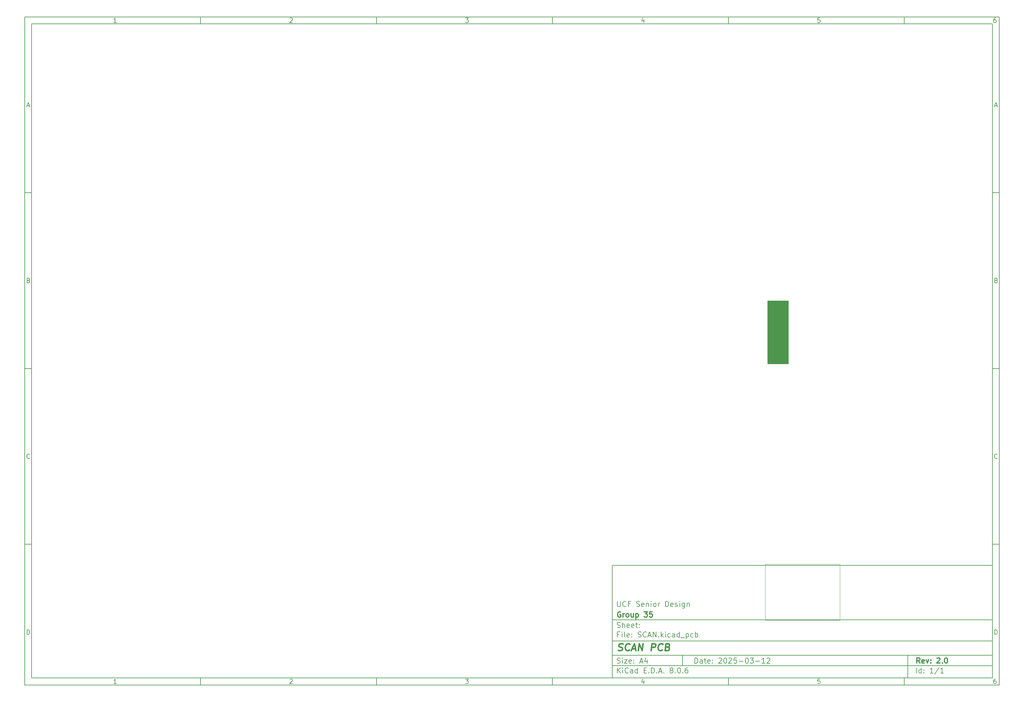
<source format=gbr>
G04 #@! TF.GenerationSoftware,KiCad,Pcbnew,8.0.6*
G04 #@! TF.CreationDate,2025-03-13T06:21:31-04:00*
G04 #@! TF.ProjectId,SCAN,5343414e-2e6b-4696-9361-645f70636258,2.0*
G04 #@! TF.SameCoordinates,Original*
G04 #@! TF.FileFunction,Other,ECO2*
%FSLAX46Y46*%
G04 Gerber Fmt 4.6, Leading zero omitted, Abs format (unit mm)*
G04 Created by KiCad (PCBNEW 8.0.6) date 2025-03-13 06:21:31*
%MOMM*%
%LPD*%
G01*
G04 APERTURE LIST*
%ADD10C,0.100000*%
%ADD11C,0.150000*%
%ADD12C,0.300000*%
%ADD13C,0.400000*%
%ADD14C,0.000000*%
G04 APERTURE END LIST*
D10*
X220538867Y-165653700D02*
X220538867Y-181528700D01*
X241705533Y-181528700D01*
X241705533Y-165653700D01*
X220538867Y-165653700D01*
D11*
X177002200Y-166007200D02*
X285002200Y-166007200D01*
X285002200Y-198007200D01*
X177002200Y-198007200D01*
X177002200Y-166007200D01*
D10*
D11*
X10000000Y-10000000D02*
X287002200Y-10000000D01*
X287002200Y-200007200D01*
X10000000Y-200007200D01*
X10000000Y-10000000D01*
D10*
D11*
X12000000Y-12000000D02*
X285002200Y-12000000D01*
X285002200Y-198007200D01*
X12000000Y-198007200D01*
X12000000Y-12000000D01*
D10*
D11*
X60000000Y-12000000D02*
X60000000Y-10000000D01*
D10*
D11*
X110000000Y-12000000D02*
X110000000Y-10000000D01*
D10*
D11*
X160000000Y-12000000D02*
X160000000Y-10000000D01*
D10*
D11*
X210000000Y-12000000D02*
X210000000Y-10000000D01*
D10*
D11*
X260000000Y-12000000D02*
X260000000Y-10000000D01*
D10*
D11*
X36089160Y-11593604D02*
X35346303Y-11593604D01*
X35717731Y-11593604D02*
X35717731Y-10293604D01*
X35717731Y-10293604D02*
X35593922Y-10479319D01*
X35593922Y-10479319D02*
X35470112Y-10603128D01*
X35470112Y-10603128D02*
X35346303Y-10665033D01*
D10*
D11*
X85346303Y-10417414D02*
X85408207Y-10355509D01*
X85408207Y-10355509D02*
X85532017Y-10293604D01*
X85532017Y-10293604D02*
X85841541Y-10293604D01*
X85841541Y-10293604D02*
X85965350Y-10355509D01*
X85965350Y-10355509D02*
X86027255Y-10417414D01*
X86027255Y-10417414D02*
X86089160Y-10541223D01*
X86089160Y-10541223D02*
X86089160Y-10665033D01*
X86089160Y-10665033D02*
X86027255Y-10850747D01*
X86027255Y-10850747D02*
X85284398Y-11593604D01*
X85284398Y-11593604D02*
X86089160Y-11593604D01*
D10*
D11*
X135284398Y-10293604D02*
X136089160Y-10293604D01*
X136089160Y-10293604D02*
X135655826Y-10788842D01*
X135655826Y-10788842D02*
X135841541Y-10788842D01*
X135841541Y-10788842D02*
X135965350Y-10850747D01*
X135965350Y-10850747D02*
X136027255Y-10912652D01*
X136027255Y-10912652D02*
X136089160Y-11036461D01*
X136089160Y-11036461D02*
X136089160Y-11345985D01*
X136089160Y-11345985D02*
X136027255Y-11469795D01*
X136027255Y-11469795D02*
X135965350Y-11531700D01*
X135965350Y-11531700D02*
X135841541Y-11593604D01*
X135841541Y-11593604D02*
X135470112Y-11593604D01*
X135470112Y-11593604D02*
X135346303Y-11531700D01*
X135346303Y-11531700D02*
X135284398Y-11469795D01*
D10*
D11*
X185965350Y-10726938D02*
X185965350Y-11593604D01*
X185655826Y-10231700D02*
X185346303Y-11160271D01*
X185346303Y-11160271D02*
X186151064Y-11160271D01*
D10*
D11*
X236027255Y-10293604D02*
X235408207Y-10293604D01*
X235408207Y-10293604D02*
X235346303Y-10912652D01*
X235346303Y-10912652D02*
X235408207Y-10850747D01*
X235408207Y-10850747D02*
X235532017Y-10788842D01*
X235532017Y-10788842D02*
X235841541Y-10788842D01*
X235841541Y-10788842D02*
X235965350Y-10850747D01*
X235965350Y-10850747D02*
X236027255Y-10912652D01*
X236027255Y-10912652D02*
X236089160Y-11036461D01*
X236089160Y-11036461D02*
X236089160Y-11345985D01*
X236089160Y-11345985D02*
X236027255Y-11469795D01*
X236027255Y-11469795D02*
X235965350Y-11531700D01*
X235965350Y-11531700D02*
X235841541Y-11593604D01*
X235841541Y-11593604D02*
X235532017Y-11593604D01*
X235532017Y-11593604D02*
X235408207Y-11531700D01*
X235408207Y-11531700D02*
X235346303Y-11469795D01*
D10*
D11*
X285965350Y-10293604D02*
X285717731Y-10293604D01*
X285717731Y-10293604D02*
X285593922Y-10355509D01*
X285593922Y-10355509D02*
X285532017Y-10417414D01*
X285532017Y-10417414D02*
X285408207Y-10603128D01*
X285408207Y-10603128D02*
X285346303Y-10850747D01*
X285346303Y-10850747D02*
X285346303Y-11345985D01*
X285346303Y-11345985D02*
X285408207Y-11469795D01*
X285408207Y-11469795D02*
X285470112Y-11531700D01*
X285470112Y-11531700D02*
X285593922Y-11593604D01*
X285593922Y-11593604D02*
X285841541Y-11593604D01*
X285841541Y-11593604D02*
X285965350Y-11531700D01*
X285965350Y-11531700D02*
X286027255Y-11469795D01*
X286027255Y-11469795D02*
X286089160Y-11345985D01*
X286089160Y-11345985D02*
X286089160Y-11036461D01*
X286089160Y-11036461D02*
X286027255Y-10912652D01*
X286027255Y-10912652D02*
X285965350Y-10850747D01*
X285965350Y-10850747D02*
X285841541Y-10788842D01*
X285841541Y-10788842D02*
X285593922Y-10788842D01*
X285593922Y-10788842D02*
X285470112Y-10850747D01*
X285470112Y-10850747D02*
X285408207Y-10912652D01*
X285408207Y-10912652D02*
X285346303Y-11036461D01*
D10*
D11*
X60000000Y-198007200D02*
X60000000Y-200007200D01*
D10*
D11*
X110000000Y-198007200D02*
X110000000Y-200007200D01*
D10*
D11*
X160000000Y-198007200D02*
X160000000Y-200007200D01*
D10*
D11*
X210000000Y-198007200D02*
X210000000Y-200007200D01*
D10*
D11*
X260000000Y-198007200D02*
X260000000Y-200007200D01*
D10*
D11*
X36089160Y-199600804D02*
X35346303Y-199600804D01*
X35717731Y-199600804D02*
X35717731Y-198300804D01*
X35717731Y-198300804D02*
X35593922Y-198486519D01*
X35593922Y-198486519D02*
X35470112Y-198610328D01*
X35470112Y-198610328D02*
X35346303Y-198672233D01*
D10*
D11*
X85346303Y-198424614D02*
X85408207Y-198362709D01*
X85408207Y-198362709D02*
X85532017Y-198300804D01*
X85532017Y-198300804D02*
X85841541Y-198300804D01*
X85841541Y-198300804D02*
X85965350Y-198362709D01*
X85965350Y-198362709D02*
X86027255Y-198424614D01*
X86027255Y-198424614D02*
X86089160Y-198548423D01*
X86089160Y-198548423D02*
X86089160Y-198672233D01*
X86089160Y-198672233D02*
X86027255Y-198857947D01*
X86027255Y-198857947D02*
X85284398Y-199600804D01*
X85284398Y-199600804D02*
X86089160Y-199600804D01*
D10*
D11*
X135284398Y-198300804D02*
X136089160Y-198300804D01*
X136089160Y-198300804D02*
X135655826Y-198796042D01*
X135655826Y-198796042D02*
X135841541Y-198796042D01*
X135841541Y-198796042D02*
X135965350Y-198857947D01*
X135965350Y-198857947D02*
X136027255Y-198919852D01*
X136027255Y-198919852D02*
X136089160Y-199043661D01*
X136089160Y-199043661D02*
X136089160Y-199353185D01*
X136089160Y-199353185D02*
X136027255Y-199476995D01*
X136027255Y-199476995D02*
X135965350Y-199538900D01*
X135965350Y-199538900D02*
X135841541Y-199600804D01*
X135841541Y-199600804D02*
X135470112Y-199600804D01*
X135470112Y-199600804D02*
X135346303Y-199538900D01*
X135346303Y-199538900D02*
X135284398Y-199476995D01*
D10*
D11*
X185965350Y-198734138D02*
X185965350Y-199600804D01*
X185655826Y-198238900D02*
X185346303Y-199167471D01*
X185346303Y-199167471D02*
X186151064Y-199167471D01*
D10*
D11*
X236027255Y-198300804D02*
X235408207Y-198300804D01*
X235408207Y-198300804D02*
X235346303Y-198919852D01*
X235346303Y-198919852D02*
X235408207Y-198857947D01*
X235408207Y-198857947D02*
X235532017Y-198796042D01*
X235532017Y-198796042D02*
X235841541Y-198796042D01*
X235841541Y-198796042D02*
X235965350Y-198857947D01*
X235965350Y-198857947D02*
X236027255Y-198919852D01*
X236027255Y-198919852D02*
X236089160Y-199043661D01*
X236089160Y-199043661D02*
X236089160Y-199353185D01*
X236089160Y-199353185D02*
X236027255Y-199476995D01*
X236027255Y-199476995D02*
X235965350Y-199538900D01*
X235965350Y-199538900D02*
X235841541Y-199600804D01*
X235841541Y-199600804D02*
X235532017Y-199600804D01*
X235532017Y-199600804D02*
X235408207Y-199538900D01*
X235408207Y-199538900D02*
X235346303Y-199476995D01*
D10*
D11*
X285965350Y-198300804D02*
X285717731Y-198300804D01*
X285717731Y-198300804D02*
X285593922Y-198362709D01*
X285593922Y-198362709D02*
X285532017Y-198424614D01*
X285532017Y-198424614D02*
X285408207Y-198610328D01*
X285408207Y-198610328D02*
X285346303Y-198857947D01*
X285346303Y-198857947D02*
X285346303Y-199353185D01*
X285346303Y-199353185D02*
X285408207Y-199476995D01*
X285408207Y-199476995D02*
X285470112Y-199538900D01*
X285470112Y-199538900D02*
X285593922Y-199600804D01*
X285593922Y-199600804D02*
X285841541Y-199600804D01*
X285841541Y-199600804D02*
X285965350Y-199538900D01*
X285965350Y-199538900D02*
X286027255Y-199476995D01*
X286027255Y-199476995D02*
X286089160Y-199353185D01*
X286089160Y-199353185D02*
X286089160Y-199043661D01*
X286089160Y-199043661D02*
X286027255Y-198919852D01*
X286027255Y-198919852D02*
X285965350Y-198857947D01*
X285965350Y-198857947D02*
X285841541Y-198796042D01*
X285841541Y-198796042D02*
X285593922Y-198796042D01*
X285593922Y-198796042D02*
X285470112Y-198857947D01*
X285470112Y-198857947D02*
X285408207Y-198919852D01*
X285408207Y-198919852D02*
X285346303Y-199043661D01*
D10*
D11*
X10000000Y-60000000D02*
X12000000Y-60000000D01*
D10*
D11*
X10000000Y-110000000D02*
X12000000Y-110000000D01*
D10*
D11*
X10000000Y-160000000D02*
X12000000Y-160000000D01*
D10*
D11*
X10690476Y-35222176D02*
X11309523Y-35222176D01*
X10566666Y-35593604D02*
X10999999Y-34293604D01*
X10999999Y-34293604D02*
X11433333Y-35593604D01*
D10*
D11*
X11092857Y-84912652D02*
X11278571Y-84974557D01*
X11278571Y-84974557D02*
X11340476Y-85036461D01*
X11340476Y-85036461D02*
X11402380Y-85160271D01*
X11402380Y-85160271D02*
X11402380Y-85345985D01*
X11402380Y-85345985D02*
X11340476Y-85469795D01*
X11340476Y-85469795D02*
X11278571Y-85531700D01*
X11278571Y-85531700D02*
X11154761Y-85593604D01*
X11154761Y-85593604D02*
X10659523Y-85593604D01*
X10659523Y-85593604D02*
X10659523Y-84293604D01*
X10659523Y-84293604D02*
X11092857Y-84293604D01*
X11092857Y-84293604D02*
X11216666Y-84355509D01*
X11216666Y-84355509D02*
X11278571Y-84417414D01*
X11278571Y-84417414D02*
X11340476Y-84541223D01*
X11340476Y-84541223D02*
X11340476Y-84665033D01*
X11340476Y-84665033D02*
X11278571Y-84788842D01*
X11278571Y-84788842D02*
X11216666Y-84850747D01*
X11216666Y-84850747D02*
X11092857Y-84912652D01*
X11092857Y-84912652D02*
X10659523Y-84912652D01*
D10*
D11*
X11402380Y-135469795D02*
X11340476Y-135531700D01*
X11340476Y-135531700D02*
X11154761Y-135593604D01*
X11154761Y-135593604D02*
X11030952Y-135593604D01*
X11030952Y-135593604D02*
X10845238Y-135531700D01*
X10845238Y-135531700D02*
X10721428Y-135407890D01*
X10721428Y-135407890D02*
X10659523Y-135284080D01*
X10659523Y-135284080D02*
X10597619Y-135036461D01*
X10597619Y-135036461D02*
X10597619Y-134850747D01*
X10597619Y-134850747D02*
X10659523Y-134603128D01*
X10659523Y-134603128D02*
X10721428Y-134479319D01*
X10721428Y-134479319D02*
X10845238Y-134355509D01*
X10845238Y-134355509D02*
X11030952Y-134293604D01*
X11030952Y-134293604D02*
X11154761Y-134293604D01*
X11154761Y-134293604D02*
X11340476Y-134355509D01*
X11340476Y-134355509D02*
X11402380Y-134417414D01*
D10*
D11*
X10659523Y-185593604D02*
X10659523Y-184293604D01*
X10659523Y-184293604D02*
X10969047Y-184293604D01*
X10969047Y-184293604D02*
X11154761Y-184355509D01*
X11154761Y-184355509D02*
X11278571Y-184479319D01*
X11278571Y-184479319D02*
X11340476Y-184603128D01*
X11340476Y-184603128D02*
X11402380Y-184850747D01*
X11402380Y-184850747D02*
X11402380Y-185036461D01*
X11402380Y-185036461D02*
X11340476Y-185284080D01*
X11340476Y-185284080D02*
X11278571Y-185407890D01*
X11278571Y-185407890D02*
X11154761Y-185531700D01*
X11154761Y-185531700D02*
X10969047Y-185593604D01*
X10969047Y-185593604D02*
X10659523Y-185593604D01*
D10*
D11*
X287002200Y-60000000D02*
X285002200Y-60000000D01*
D10*
D11*
X287002200Y-110000000D02*
X285002200Y-110000000D01*
D10*
D11*
X287002200Y-160000000D02*
X285002200Y-160000000D01*
D10*
D11*
X285692676Y-35222176D02*
X286311723Y-35222176D01*
X285568866Y-35593604D02*
X286002199Y-34293604D01*
X286002199Y-34293604D02*
X286435533Y-35593604D01*
D10*
D11*
X286095057Y-84912652D02*
X286280771Y-84974557D01*
X286280771Y-84974557D02*
X286342676Y-85036461D01*
X286342676Y-85036461D02*
X286404580Y-85160271D01*
X286404580Y-85160271D02*
X286404580Y-85345985D01*
X286404580Y-85345985D02*
X286342676Y-85469795D01*
X286342676Y-85469795D02*
X286280771Y-85531700D01*
X286280771Y-85531700D02*
X286156961Y-85593604D01*
X286156961Y-85593604D02*
X285661723Y-85593604D01*
X285661723Y-85593604D02*
X285661723Y-84293604D01*
X285661723Y-84293604D02*
X286095057Y-84293604D01*
X286095057Y-84293604D02*
X286218866Y-84355509D01*
X286218866Y-84355509D02*
X286280771Y-84417414D01*
X286280771Y-84417414D02*
X286342676Y-84541223D01*
X286342676Y-84541223D02*
X286342676Y-84665033D01*
X286342676Y-84665033D02*
X286280771Y-84788842D01*
X286280771Y-84788842D02*
X286218866Y-84850747D01*
X286218866Y-84850747D02*
X286095057Y-84912652D01*
X286095057Y-84912652D02*
X285661723Y-84912652D01*
D10*
D11*
X286404580Y-135469795D02*
X286342676Y-135531700D01*
X286342676Y-135531700D02*
X286156961Y-135593604D01*
X286156961Y-135593604D02*
X286033152Y-135593604D01*
X286033152Y-135593604D02*
X285847438Y-135531700D01*
X285847438Y-135531700D02*
X285723628Y-135407890D01*
X285723628Y-135407890D02*
X285661723Y-135284080D01*
X285661723Y-135284080D02*
X285599819Y-135036461D01*
X285599819Y-135036461D02*
X285599819Y-134850747D01*
X285599819Y-134850747D02*
X285661723Y-134603128D01*
X285661723Y-134603128D02*
X285723628Y-134479319D01*
X285723628Y-134479319D02*
X285847438Y-134355509D01*
X285847438Y-134355509D02*
X286033152Y-134293604D01*
X286033152Y-134293604D02*
X286156961Y-134293604D01*
X286156961Y-134293604D02*
X286342676Y-134355509D01*
X286342676Y-134355509D02*
X286404580Y-134417414D01*
D10*
D11*
X285661723Y-185593604D02*
X285661723Y-184293604D01*
X285661723Y-184293604D02*
X285971247Y-184293604D01*
X285971247Y-184293604D02*
X286156961Y-184355509D01*
X286156961Y-184355509D02*
X286280771Y-184479319D01*
X286280771Y-184479319D02*
X286342676Y-184603128D01*
X286342676Y-184603128D02*
X286404580Y-184850747D01*
X286404580Y-184850747D02*
X286404580Y-185036461D01*
X286404580Y-185036461D02*
X286342676Y-185284080D01*
X286342676Y-185284080D02*
X286280771Y-185407890D01*
X286280771Y-185407890D02*
X286156961Y-185531700D01*
X286156961Y-185531700D02*
X285971247Y-185593604D01*
X285971247Y-185593604D02*
X285661723Y-185593604D01*
D10*
D11*
X200458026Y-193793328D02*
X200458026Y-192293328D01*
X200458026Y-192293328D02*
X200815169Y-192293328D01*
X200815169Y-192293328D02*
X201029455Y-192364757D01*
X201029455Y-192364757D02*
X201172312Y-192507614D01*
X201172312Y-192507614D02*
X201243741Y-192650471D01*
X201243741Y-192650471D02*
X201315169Y-192936185D01*
X201315169Y-192936185D02*
X201315169Y-193150471D01*
X201315169Y-193150471D02*
X201243741Y-193436185D01*
X201243741Y-193436185D02*
X201172312Y-193579042D01*
X201172312Y-193579042D02*
X201029455Y-193721900D01*
X201029455Y-193721900D02*
X200815169Y-193793328D01*
X200815169Y-193793328D02*
X200458026Y-193793328D01*
X202600884Y-193793328D02*
X202600884Y-193007614D01*
X202600884Y-193007614D02*
X202529455Y-192864757D01*
X202529455Y-192864757D02*
X202386598Y-192793328D01*
X202386598Y-192793328D02*
X202100884Y-192793328D01*
X202100884Y-192793328D02*
X201958026Y-192864757D01*
X202600884Y-193721900D02*
X202458026Y-193793328D01*
X202458026Y-193793328D02*
X202100884Y-193793328D01*
X202100884Y-193793328D02*
X201958026Y-193721900D01*
X201958026Y-193721900D02*
X201886598Y-193579042D01*
X201886598Y-193579042D02*
X201886598Y-193436185D01*
X201886598Y-193436185D02*
X201958026Y-193293328D01*
X201958026Y-193293328D02*
X202100884Y-193221900D01*
X202100884Y-193221900D02*
X202458026Y-193221900D01*
X202458026Y-193221900D02*
X202600884Y-193150471D01*
X203100884Y-192793328D02*
X203672312Y-192793328D01*
X203315169Y-192293328D02*
X203315169Y-193579042D01*
X203315169Y-193579042D02*
X203386598Y-193721900D01*
X203386598Y-193721900D02*
X203529455Y-193793328D01*
X203529455Y-193793328D02*
X203672312Y-193793328D01*
X204743741Y-193721900D02*
X204600884Y-193793328D01*
X204600884Y-193793328D02*
X204315170Y-193793328D01*
X204315170Y-193793328D02*
X204172312Y-193721900D01*
X204172312Y-193721900D02*
X204100884Y-193579042D01*
X204100884Y-193579042D02*
X204100884Y-193007614D01*
X204100884Y-193007614D02*
X204172312Y-192864757D01*
X204172312Y-192864757D02*
X204315170Y-192793328D01*
X204315170Y-192793328D02*
X204600884Y-192793328D01*
X204600884Y-192793328D02*
X204743741Y-192864757D01*
X204743741Y-192864757D02*
X204815170Y-193007614D01*
X204815170Y-193007614D02*
X204815170Y-193150471D01*
X204815170Y-193150471D02*
X204100884Y-193293328D01*
X205458026Y-193650471D02*
X205529455Y-193721900D01*
X205529455Y-193721900D02*
X205458026Y-193793328D01*
X205458026Y-193793328D02*
X205386598Y-193721900D01*
X205386598Y-193721900D02*
X205458026Y-193650471D01*
X205458026Y-193650471D02*
X205458026Y-193793328D01*
X205458026Y-192864757D02*
X205529455Y-192936185D01*
X205529455Y-192936185D02*
X205458026Y-193007614D01*
X205458026Y-193007614D02*
X205386598Y-192936185D01*
X205386598Y-192936185D02*
X205458026Y-192864757D01*
X205458026Y-192864757D02*
X205458026Y-193007614D01*
X207243741Y-192436185D02*
X207315169Y-192364757D01*
X207315169Y-192364757D02*
X207458027Y-192293328D01*
X207458027Y-192293328D02*
X207815169Y-192293328D01*
X207815169Y-192293328D02*
X207958027Y-192364757D01*
X207958027Y-192364757D02*
X208029455Y-192436185D01*
X208029455Y-192436185D02*
X208100884Y-192579042D01*
X208100884Y-192579042D02*
X208100884Y-192721900D01*
X208100884Y-192721900D02*
X208029455Y-192936185D01*
X208029455Y-192936185D02*
X207172312Y-193793328D01*
X207172312Y-193793328D02*
X208100884Y-193793328D01*
X209029455Y-192293328D02*
X209172312Y-192293328D01*
X209172312Y-192293328D02*
X209315169Y-192364757D01*
X209315169Y-192364757D02*
X209386598Y-192436185D01*
X209386598Y-192436185D02*
X209458026Y-192579042D01*
X209458026Y-192579042D02*
X209529455Y-192864757D01*
X209529455Y-192864757D02*
X209529455Y-193221900D01*
X209529455Y-193221900D02*
X209458026Y-193507614D01*
X209458026Y-193507614D02*
X209386598Y-193650471D01*
X209386598Y-193650471D02*
X209315169Y-193721900D01*
X209315169Y-193721900D02*
X209172312Y-193793328D01*
X209172312Y-193793328D02*
X209029455Y-193793328D01*
X209029455Y-193793328D02*
X208886598Y-193721900D01*
X208886598Y-193721900D02*
X208815169Y-193650471D01*
X208815169Y-193650471D02*
X208743740Y-193507614D01*
X208743740Y-193507614D02*
X208672312Y-193221900D01*
X208672312Y-193221900D02*
X208672312Y-192864757D01*
X208672312Y-192864757D02*
X208743740Y-192579042D01*
X208743740Y-192579042D02*
X208815169Y-192436185D01*
X208815169Y-192436185D02*
X208886598Y-192364757D01*
X208886598Y-192364757D02*
X209029455Y-192293328D01*
X210100883Y-192436185D02*
X210172311Y-192364757D01*
X210172311Y-192364757D02*
X210315169Y-192293328D01*
X210315169Y-192293328D02*
X210672311Y-192293328D01*
X210672311Y-192293328D02*
X210815169Y-192364757D01*
X210815169Y-192364757D02*
X210886597Y-192436185D01*
X210886597Y-192436185D02*
X210958026Y-192579042D01*
X210958026Y-192579042D02*
X210958026Y-192721900D01*
X210958026Y-192721900D02*
X210886597Y-192936185D01*
X210886597Y-192936185D02*
X210029454Y-193793328D01*
X210029454Y-193793328D02*
X210958026Y-193793328D01*
X212315168Y-192293328D02*
X211600882Y-192293328D01*
X211600882Y-192293328D02*
X211529454Y-193007614D01*
X211529454Y-193007614D02*
X211600882Y-192936185D01*
X211600882Y-192936185D02*
X211743740Y-192864757D01*
X211743740Y-192864757D02*
X212100882Y-192864757D01*
X212100882Y-192864757D02*
X212243740Y-192936185D01*
X212243740Y-192936185D02*
X212315168Y-193007614D01*
X212315168Y-193007614D02*
X212386597Y-193150471D01*
X212386597Y-193150471D02*
X212386597Y-193507614D01*
X212386597Y-193507614D02*
X212315168Y-193650471D01*
X212315168Y-193650471D02*
X212243740Y-193721900D01*
X212243740Y-193721900D02*
X212100882Y-193793328D01*
X212100882Y-193793328D02*
X211743740Y-193793328D01*
X211743740Y-193793328D02*
X211600882Y-193721900D01*
X211600882Y-193721900D02*
X211529454Y-193650471D01*
X213029453Y-193221900D02*
X214172311Y-193221900D01*
X215172311Y-192293328D02*
X215315168Y-192293328D01*
X215315168Y-192293328D02*
X215458025Y-192364757D01*
X215458025Y-192364757D02*
X215529454Y-192436185D01*
X215529454Y-192436185D02*
X215600882Y-192579042D01*
X215600882Y-192579042D02*
X215672311Y-192864757D01*
X215672311Y-192864757D02*
X215672311Y-193221900D01*
X215672311Y-193221900D02*
X215600882Y-193507614D01*
X215600882Y-193507614D02*
X215529454Y-193650471D01*
X215529454Y-193650471D02*
X215458025Y-193721900D01*
X215458025Y-193721900D02*
X215315168Y-193793328D01*
X215315168Y-193793328D02*
X215172311Y-193793328D01*
X215172311Y-193793328D02*
X215029454Y-193721900D01*
X215029454Y-193721900D02*
X214958025Y-193650471D01*
X214958025Y-193650471D02*
X214886596Y-193507614D01*
X214886596Y-193507614D02*
X214815168Y-193221900D01*
X214815168Y-193221900D02*
X214815168Y-192864757D01*
X214815168Y-192864757D02*
X214886596Y-192579042D01*
X214886596Y-192579042D02*
X214958025Y-192436185D01*
X214958025Y-192436185D02*
X215029454Y-192364757D01*
X215029454Y-192364757D02*
X215172311Y-192293328D01*
X216172310Y-192293328D02*
X217100882Y-192293328D01*
X217100882Y-192293328D02*
X216600882Y-192864757D01*
X216600882Y-192864757D02*
X216815167Y-192864757D01*
X216815167Y-192864757D02*
X216958025Y-192936185D01*
X216958025Y-192936185D02*
X217029453Y-193007614D01*
X217029453Y-193007614D02*
X217100882Y-193150471D01*
X217100882Y-193150471D02*
X217100882Y-193507614D01*
X217100882Y-193507614D02*
X217029453Y-193650471D01*
X217029453Y-193650471D02*
X216958025Y-193721900D01*
X216958025Y-193721900D02*
X216815167Y-193793328D01*
X216815167Y-193793328D02*
X216386596Y-193793328D01*
X216386596Y-193793328D02*
X216243739Y-193721900D01*
X216243739Y-193721900D02*
X216172310Y-193650471D01*
X217743738Y-193221900D02*
X218886596Y-193221900D01*
X220386596Y-193793328D02*
X219529453Y-193793328D01*
X219958024Y-193793328D02*
X219958024Y-192293328D01*
X219958024Y-192293328D02*
X219815167Y-192507614D01*
X219815167Y-192507614D02*
X219672310Y-192650471D01*
X219672310Y-192650471D02*
X219529453Y-192721900D01*
X220958024Y-192436185D02*
X221029452Y-192364757D01*
X221029452Y-192364757D02*
X221172310Y-192293328D01*
X221172310Y-192293328D02*
X221529452Y-192293328D01*
X221529452Y-192293328D02*
X221672310Y-192364757D01*
X221672310Y-192364757D02*
X221743738Y-192436185D01*
X221743738Y-192436185D02*
X221815167Y-192579042D01*
X221815167Y-192579042D02*
X221815167Y-192721900D01*
X221815167Y-192721900D02*
X221743738Y-192936185D01*
X221743738Y-192936185D02*
X220886595Y-193793328D01*
X220886595Y-193793328D02*
X221815167Y-193793328D01*
D10*
D11*
X177002200Y-194507200D02*
X285002200Y-194507200D01*
D10*
D11*
X178458026Y-196593328D02*
X178458026Y-195093328D01*
X179315169Y-196593328D02*
X178672312Y-195736185D01*
X179315169Y-195093328D02*
X178458026Y-195950471D01*
X179958026Y-196593328D02*
X179958026Y-195593328D01*
X179958026Y-195093328D02*
X179886598Y-195164757D01*
X179886598Y-195164757D02*
X179958026Y-195236185D01*
X179958026Y-195236185D02*
X180029455Y-195164757D01*
X180029455Y-195164757D02*
X179958026Y-195093328D01*
X179958026Y-195093328D02*
X179958026Y-195236185D01*
X181529455Y-196450471D02*
X181458027Y-196521900D01*
X181458027Y-196521900D02*
X181243741Y-196593328D01*
X181243741Y-196593328D02*
X181100884Y-196593328D01*
X181100884Y-196593328D02*
X180886598Y-196521900D01*
X180886598Y-196521900D02*
X180743741Y-196379042D01*
X180743741Y-196379042D02*
X180672312Y-196236185D01*
X180672312Y-196236185D02*
X180600884Y-195950471D01*
X180600884Y-195950471D02*
X180600884Y-195736185D01*
X180600884Y-195736185D02*
X180672312Y-195450471D01*
X180672312Y-195450471D02*
X180743741Y-195307614D01*
X180743741Y-195307614D02*
X180886598Y-195164757D01*
X180886598Y-195164757D02*
X181100884Y-195093328D01*
X181100884Y-195093328D02*
X181243741Y-195093328D01*
X181243741Y-195093328D02*
X181458027Y-195164757D01*
X181458027Y-195164757D02*
X181529455Y-195236185D01*
X182815170Y-196593328D02*
X182815170Y-195807614D01*
X182815170Y-195807614D02*
X182743741Y-195664757D01*
X182743741Y-195664757D02*
X182600884Y-195593328D01*
X182600884Y-195593328D02*
X182315170Y-195593328D01*
X182315170Y-195593328D02*
X182172312Y-195664757D01*
X182815170Y-196521900D02*
X182672312Y-196593328D01*
X182672312Y-196593328D02*
X182315170Y-196593328D01*
X182315170Y-196593328D02*
X182172312Y-196521900D01*
X182172312Y-196521900D02*
X182100884Y-196379042D01*
X182100884Y-196379042D02*
X182100884Y-196236185D01*
X182100884Y-196236185D02*
X182172312Y-196093328D01*
X182172312Y-196093328D02*
X182315170Y-196021900D01*
X182315170Y-196021900D02*
X182672312Y-196021900D01*
X182672312Y-196021900D02*
X182815170Y-195950471D01*
X184172313Y-196593328D02*
X184172313Y-195093328D01*
X184172313Y-196521900D02*
X184029455Y-196593328D01*
X184029455Y-196593328D02*
X183743741Y-196593328D01*
X183743741Y-196593328D02*
X183600884Y-196521900D01*
X183600884Y-196521900D02*
X183529455Y-196450471D01*
X183529455Y-196450471D02*
X183458027Y-196307614D01*
X183458027Y-196307614D02*
X183458027Y-195879042D01*
X183458027Y-195879042D02*
X183529455Y-195736185D01*
X183529455Y-195736185D02*
X183600884Y-195664757D01*
X183600884Y-195664757D02*
X183743741Y-195593328D01*
X183743741Y-195593328D02*
X184029455Y-195593328D01*
X184029455Y-195593328D02*
X184172313Y-195664757D01*
X186029455Y-195807614D02*
X186529455Y-195807614D01*
X186743741Y-196593328D02*
X186029455Y-196593328D01*
X186029455Y-196593328D02*
X186029455Y-195093328D01*
X186029455Y-195093328D02*
X186743741Y-195093328D01*
X187386598Y-196450471D02*
X187458027Y-196521900D01*
X187458027Y-196521900D02*
X187386598Y-196593328D01*
X187386598Y-196593328D02*
X187315170Y-196521900D01*
X187315170Y-196521900D02*
X187386598Y-196450471D01*
X187386598Y-196450471D02*
X187386598Y-196593328D01*
X188100884Y-196593328D02*
X188100884Y-195093328D01*
X188100884Y-195093328D02*
X188458027Y-195093328D01*
X188458027Y-195093328D02*
X188672313Y-195164757D01*
X188672313Y-195164757D02*
X188815170Y-195307614D01*
X188815170Y-195307614D02*
X188886599Y-195450471D01*
X188886599Y-195450471D02*
X188958027Y-195736185D01*
X188958027Y-195736185D02*
X188958027Y-195950471D01*
X188958027Y-195950471D02*
X188886599Y-196236185D01*
X188886599Y-196236185D02*
X188815170Y-196379042D01*
X188815170Y-196379042D02*
X188672313Y-196521900D01*
X188672313Y-196521900D02*
X188458027Y-196593328D01*
X188458027Y-196593328D02*
X188100884Y-196593328D01*
X189600884Y-196450471D02*
X189672313Y-196521900D01*
X189672313Y-196521900D02*
X189600884Y-196593328D01*
X189600884Y-196593328D02*
X189529456Y-196521900D01*
X189529456Y-196521900D02*
X189600884Y-196450471D01*
X189600884Y-196450471D02*
X189600884Y-196593328D01*
X190243742Y-196164757D02*
X190958028Y-196164757D01*
X190100885Y-196593328D02*
X190600885Y-195093328D01*
X190600885Y-195093328D02*
X191100885Y-196593328D01*
X191600884Y-196450471D02*
X191672313Y-196521900D01*
X191672313Y-196521900D02*
X191600884Y-196593328D01*
X191600884Y-196593328D02*
X191529456Y-196521900D01*
X191529456Y-196521900D02*
X191600884Y-196450471D01*
X191600884Y-196450471D02*
X191600884Y-196593328D01*
X193672313Y-195736185D02*
X193529456Y-195664757D01*
X193529456Y-195664757D02*
X193458027Y-195593328D01*
X193458027Y-195593328D02*
X193386599Y-195450471D01*
X193386599Y-195450471D02*
X193386599Y-195379042D01*
X193386599Y-195379042D02*
X193458027Y-195236185D01*
X193458027Y-195236185D02*
X193529456Y-195164757D01*
X193529456Y-195164757D02*
X193672313Y-195093328D01*
X193672313Y-195093328D02*
X193958027Y-195093328D01*
X193958027Y-195093328D02*
X194100885Y-195164757D01*
X194100885Y-195164757D02*
X194172313Y-195236185D01*
X194172313Y-195236185D02*
X194243742Y-195379042D01*
X194243742Y-195379042D02*
X194243742Y-195450471D01*
X194243742Y-195450471D02*
X194172313Y-195593328D01*
X194172313Y-195593328D02*
X194100885Y-195664757D01*
X194100885Y-195664757D02*
X193958027Y-195736185D01*
X193958027Y-195736185D02*
X193672313Y-195736185D01*
X193672313Y-195736185D02*
X193529456Y-195807614D01*
X193529456Y-195807614D02*
X193458027Y-195879042D01*
X193458027Y-195879042D02*
X193386599Y-196021900D01*
X193386599Y-196021900D02*
X193386599Y-196307614D01*
X193386599Y-196307614D02*
X193458027Y-196450471D01*
X193458027Y-196450471D02*
X193529456Y-196521900D01*
X193529456Y-196521900D02*
X193672313Y-196593328D01*
X193672313Y-196593328D02*
X193958027Y-196593328D01*
X193958027Y-196593328D02*
X194100885Y-196521900D01*
X194100885Y-196521900D02*
X194172313Y-196450471D01*
X194172313Y-196450471D02*
X194243742Y-196307614D01*
X194243742Y-196307614D02*
X194243742Y-196021900D01*
X194243742Y-196021900D02*
X194172313Y-195879042D01*
X194172313Y-195879042D02*
X194100885Y-195807614D01*
X194100885Y-195807614D02*
X193958027Y-195736185D01*
X194886598Y-196450471D02*
X194958027Y-196521900D01*
X194958027Y-196521900D02*
X194886598Y-196593328D01*
X194886598Y-196593328D02*
X194815170Y-196521900D01*
X194815170Y-196521900D02*
X194886598Y-196450471D01*
X194886598Y-196450471D02*
X194886598Y-196593328D01*
X195886599Y-195093328D02*
X196029456Y-195093328D01*
X196029456Y-195093328D02*
X196172313Y-195164757D01*
X196172313Y-195164757D02*
X196243742Y-195236185D01*
X196243742Y-195236185D02*
X196315170Y-195379042D01*
X196315170Y-195379042D02*
X196386599Y-195664757D01*
X196386599Y-195664757D02*
X196386599Y-196021900D01*
X196386599Y-196021900D02*
X196315170Y-196307614D01*
X196315170Y-196307614D02*
X196243742Y-196450471D01*
X196243742Y-196450471D02*
X196172313Y-196521900D01*
X196172313Y-196521900D02*
X196029456Y-196593328D01*
X196029456Y-196593328D02*
X195886599Y-196593328D01*
X195886599Y-196593328D02*
X195743742Y-196521900D01*
X195743742Y-196521900D02*
X195672313Y-196450471D01*
X195672313Y-196450471D02*
X195600884Y-196307614D01*
X195600884Y-196307614D02*
X195529456Y-196021900D01*
X195529456Y-196021900D02*
X195529456Y-195664757D01*
X195529456Y-195664757D02*
X195600884Y-195379042D01*
X195600884Y-195379042D02*
X195672313Y-195236185D01*
X195672313Y-195236185D02*
X195743742Y-195164757D01*
X195743742Y-195164757D02*
X195886599Y-195093328D01*
X197029455Y-196450471D02*
X197100884Y-196521900D01*
X197100884Y-196521900D02*
X197029455Y-196593328D01*
X197029455Y-196593328D02*
X196958027Y-196521900D01*
X196958027Y-196521900D02*
X197029455Y-196450471D01*
X197029455Y-196450471D02*
X197029455Y-196593328D01*
X198386599Y-195093328D02*
X198100884Y-195093328D01*
X198100884Y-195093328D02*
X197958027Y-195164757D01*
X197958027Y-195164757D02*
X197886599Y-195236185D01*
X197886599Y-195236185D02*
X197743741Y-195450471D01*
X197743741Y-195450471D02*
X197672313Y-195736185D01*
X197672313Y-195736185D02*
X197672313Y-196307614D01*
X197672313Y-196307614D02*
X197743741Y-196450471D01*
X197743741Y-196450471D02*
X197815170Y-196521900D01*
X197815170Y-196521900D02*
X197958027Y-196593328D01*
X197958027Y-196593328D02*
X198243741Y-196593328D01*
X198243741Y-196593328D02*
X198386599Y-196521900D01*
X198386599Y-196521900D02*
X198458027Y-196450471D01*
X198458027Y-196450471D02*
X198529456Y-196307614D01*
X198529456Y-196307614D02*
X198529456Y-195950471D01*
X198529456Y-195950471D02*
X198458027Y-195807614D01*
X198458027Y-195807614D02*
X198386599Y-195736185D01*
X198386599Y-195736185D02*
X198243741Y-195664757D01*
X198243741Y-195664757D02*
X197958027Y-195664757D01*
X197958027Y-195664757D02*
X197815170Y-195736185D01*
X197815170Y-195736185D02*
X197743741Y-195807614D01*
X197743741Y-195807614D02*
X197672313Y-195950471D01*
D10*
D11*
X177002200Y-191507200D02*
X285002200Y-191507200D01*
D10*
D12*
X264413853Y-193785528D02*
X263913853Y-193071242D01*
X263556710Y-193785528D02*
X263556710Y-192285528D01*
X263556710Y-192285528D02*
X264128139Y-192285528D01*
X264128139Y-192285528D02*
X264270996Y-192356957D01*
X264270996Y-192356957D02*
X264342425Y-192428385D01*
X264342425Y-192428385D02*
X264413853Y-192571242D01*
X264413853Y-192571242D02*
X264413853Y-192785528D01*
X264413853Y-192785528D02*
X264342425Y-192928385D01*
X264342425Y-192928385D02*
X264270996Y-192999814D01*
X264270996Y-192999814D02*
X264128139Y-193071242D01*
X264128139Y-193071242D02*
X263556710Y-193071242D01*
X265628139Y-193714100D02*
X265485282Y-193785528D01*
X265485282Y-193785528D02*
X265199568Y-193785528D01*
X265199568Y-193785528D02*
X265056710Y-193714100D01*
X265056710Y-193714100D02*
X264985282Y-193571242D01*
X264985282Y-193571242D02*
X264985282Y-192999814D01*
X264985282Y-192999814D02*
X265056710Y-192856957D01*
X265056710Y-192856957D02*
X265199568Y-192785528D01*
X265199568Y-192785528D02*
X265485282Y-192785528D01*
X265485282Y-192785528D02*
X265628139Y-192856957D01*
X265628139Y-192856957D02*
X265699568Y-192999814D01*
X265699568Y-192999814D02*
X265699568Y-193142671D01*
X265699568Y-193142671D02*
X264985282Y-193285528D01*
X266199567Y-192785528D02*
X266556710Y-193785528D01*
X266556710Y-193785528D02*
X266913853Y-192785528D01*
X267485281Y-193642671D02*
X267556710Y-193714100D01*
X267556710Y-193714100D02*
X267485281Y-193785528D01*
X267485281Y-193785528D02*
X267413853Y-193714100D01*
X267413853Y-193714100D02*
X267485281Y-193642671D01*
X267485281Y-193642671D02*
X267485281Y-193785528D01*
X267485281Y-192856957D02*
X267556710Y-192928385D01*
X267556710Y-192928385D02*
X267485281Y-192999814D01*
X267485281Y-192999814D02*
X267413853Y-192928385D01*
X267413853Y-192928385D02*
X267485281Y-192856957D01*
X267485281Y-192856957D02*
X267485281Y-192999814D01*
X269270996Y-192428385D02*
X269342424Y-192356957D01*
X269342424Y-192356957D02*
X269485282Y-192285528D01*
X269485282Y-192285528D02*
X269842424Y-192285528D01*
X269842424Y-192285528D02*
X269985282Y-192356957D01*
X269985282Y-192356957D02*
X270056710Y-192428385D01*
X270056710Y-192428385D02*
X270128139Y-192571242D01*
X270128139Y-192571242D02*
X270128139Y-192714100D01*
X270128139Y-192714100D02*
X270056710Y-192928385D01*
X270056710Y-192928385D02*
X269199567Y-193785528D01*
X269199567Y-193785528D02*
X270128139Y-193785528D01*
X270770995Y-193642671D02*
X270842424Y-193714100D01*
X270842424Y-193714100D02*
X270770995Y-193785528D01*
X270770995Y-193785528D02*
X270699567Y-193714100D01*
X270699567Y-193714100D02*
X270770995Y-193642671D01*
X270770995Y-193642671D02*
X270770995Y-193785528D01*
X271770996Y-192285528D02*
X271913853Y-192285528D01*
X271913853Y-192285528D02*
X272056710Y-192356957D01*
X272056710Y-192356957D02*
X272128139Y-192428385D01*
X272128139Y-192428385D02*
X272199567Y-192571242D01*
X272199567Y-192571242D02*
X272270996Y-192856957D01*
X272270996Y-192856957D02*
X272270996Y-193214100D01*
X272270996Y-193214100D02*
X272199567Y-193499814D01*
X272199567Y-193499814D02*
X272128139Y-193642671D01*
X272128139Y-193642671D02*
X272056710Y-193714100D01*
X272056710Y-193714100D02*
X271913853Y-193785528D01*
X271913853Y-193785528D02*
X271770996Y-193785528D01*
X271770996Y-193785528D02*
X271628139Y-193714100D01*
X271628139Y-193714100D02*
X271556710Y-193642671D01*
X271556710Y-193642671D02*
X271485281Y-193499814D01*
X271485281Y-193499814D02*
X271413853Y-193214100D01*
X271413853Y-193214100D02*
X271413853Y-192856957D01*
X271413853Y-192856957D02*
X271485281Y-192571242D01*
X271485281Y-192571242D02*
X271556710Y-192428385D01*
X271556710Y-192428385D02*
X271628139Y-192356957D01*
X271628139Y-192356957D02*
X271770996Y-192285528D01*
D10*
D11*
X178386598Y-193721900D02*
X178600884Y-193793328D01*
X178600884Y-193793328D02*
X178958026Y-193793328D01*
X178958026Y-193793328D02*
X179100884Y-193721900D01*
X179100884Y-193721900D02*
X179172312Y-193650471D01*
X179172312Y-193650471D02*
X179243741Y-193507614D01*
X179243741Y-193507614D02*
X179243741Y-193364757D01*
X179243741Y-193364757D02*
X179172312Y-193221900D01*
X179172312Y-193221900D02*
X179100884Y-193150471D01*
X179100884Y-193150471D02*
X178958026Y-193079042D01*
X178958026Y-193079042D02*
X178672312Y-193007614D01*
X178672312Y-193007614D02*
X178529455Y-192936185D01*
X178529455Y-192936185D02*
X178458026Y-192864757D01*
X178458026Y-192864757D02*
X178386598Y-192721900D01*
X178386598Y-192721900D02*
X178386598Y-192579042D01*
X178386598Y-192579042D02*
X178458026Y-192436185D01*
X178458026Y-192436185D02*
X178529455Y-192364757D01*
X178529455Y-192364757D02*
X178672312Y-192293328D01*
X178672312Y-192293328D02*
X179029455Y-192293328D01*
X179029455Y-192293328D02*
X179243741Y-192364757D01*
X179886597Y-193793328D02*
X179886597Y-192793328D01*
X179886597Y-192293328D02*
X179815169Y-192364757D01*
X179815169Y-192364757D02*
X179886597Y-192436185D01*
X179886597Y-192436185D02*
X179958026Y-192364757D01*
X179958026Y-192364757D02*
X179886597Y-192293328D01*
X179886597Y-192293328D02*
X179886597Y-192436185D01*
X180458026Y-192793328D02*
X181243741Y-192793328D01*
X181243741Y-192793328D02*
X180458026Y-193793328D01*
X180458026Y-193793328D02*
X181243741Y-193793328D01*
X182386598Y-193721900D02*
X182243741Y-193793328D01*
X182243741Y-193793328D02*
X181958027Y-193793328D01*
X181958027Y-193793328D02*
X181815169Y-193721900D01*
X181815169Y-193721900D02*
X181743741Y-193579042D01*
X181743741Y-193579042D02*
X181743741Y-193007614D01*
X181743741Y-193007614D02*
X181815169Y-192864757D01*
X181815169Y-192864757D02*
X181958027Y-192793328D01*
X181958027Y-192793328D02*
X182243741Y-192793328D01*
X182243741Y-192793328D02*
X182386598Y-192864757D01*
X182386598Y-192864757D02*
X182458027Y-193007614D01*
X182458027Y-193007614D02*
X182458027Y-193150471D01*
X182458027Y-193150471D02*
X181743741Y-193293328D01*
X183100883Y-193650471D02*
X183172312Y-193721900D01*
X183172312Y-193721900D02*
X183100883Y-193793328D01*
X183100883Y-193793328D02*
X183029455Y-193721900D01*
X183029455Y-193721900D02*
X183100883Y-193650471D01*
X183100883Y-193650471D02*
X183100883Y-193793328D01*
X183100883Y-192864757D02*
X183172312Y-192936185D01*
X183172312Y-192936185D02*
X183100883Y-193007614D01*
X183100883Y-193007614D02*
X183029455Y-192936185D01*
X183029455Y-192936185D02*
X183100883Y-192864757D01*
X183100883Y-192864757D02*
X183100883Y-193007614D01*
X184886598Y-193364757D02*
X185600884Y-193364757D01*
X184743741Y-193793328D02*
X185243741Y-192293328D01*
X185243741Y-192293328D02*
X185743741Y-193793328D01*
X186886598Y-192793328D02*
X186886598Y-193793328D01*
X186529455Y-192221900D02*
X186172312Y-193293328D01*
X186172312Y-193293328D02*
X187100883Y-193293328D01*
D10*
D11*
X263458026Y-196593328D02*
X263458026Y-195093328D01*
X264815170Y-196593328D02*
X264815170Y-195093328D01*
X264815170Y-196521900D02*
X264672312Y-196593328D01*
X264672312Y-196593328D02*
X264386598Y-196593328D01*
X264386598Y-196593328D02*
X264243741Y-196521900D01*
X264243741Y-196521900D02*
X264172312Y-196450471D01*
X264172312Y-196450471D02*
X264100884Y-196307614D01*
X264100884Y-196307614D02*
X264100884Y-195879042D01*
X264100884Y-195879042D02*
X264172312Y-195736185D01*
X264172312Y-195736185D02*
X264243741Y-195664757D01*
X264243741Y-195664757D02*
X264386598Y-195593328D01*
X264386598Y-195593328D02*
X264672312Y-195593328D01*
X264672312Y-195593328D02*
X264815170Y-195664757D01*
X265529455Y-196450471D02*
X265600884Y-196521900D01*
X265600884Y-196521900D02*
X265529455Y-196593328D01*
X265529455Y-196593328D02*
X265458027Y-196521900D01*
X265458027Y-196521900D02*
X265529455Y-196450471D01*
X265529455Y-196450471D02*
X265529455Y-196593328D01*
X265529455Y-195664757D02*
X265600884Y-195736185D01*
X265600884Y-195736185D02*
X265529455Y-195807614D01*
X265529455Y-195807614D02*
X265458027Y-195736185D01*
X265458027Y-195736185D02*
X265529455Y-195664757D01*
X265529455Y-195664757D02*
X265529455Y-195807614D01*
X268172313Y-196593328D02*
X267315170Y-196593328D01*
X267743741Y-196593328D02*
X267743741Y-195093328D01*
X267743741Y-195093328D02*
X267600884Y-195307614D01*
X267600884Y-195307614D02*
X267458027Y-195450471D01*
X267458027Y-195450471D02*
X267315170Y-195521900D01*
X269886598Y-195021900D02*
X268600884Y-196950471D01*
X271172313Y-196593328D02*
X270315170Y-196593328D01*
X270743741Y-196593328D02*
X270743741Y-195093328D01*
X270743741Y-195093328D02*
X270600884Y-195307614D01*
X270600884Y-195307614D02*
X270458027Y-195450471D01*
X270458027Y-195450471D02*
X270315170Y-195521900D01*
D10*
D11*
X177002200Y-187507200D02*
X285002200Y-187507200D01*
D10*
D13*
X178646309Y-190116400D02*
X178920118Y-190211638D01*
X178920118Y-190211638D02*
X179396309Y-190211638D01*
X179396309Y-190211638D02*
X179598690Y-190116400D01*
X179598690Y-190116400D02*
X179705833Y-190021161D01*
X179705833Y-190021161D02*
X179824880Y-189830685D01*
X179824880Y-189830685D02*
X179848690Y-189640209D01*
X179848690Y-189640209D02*
X179777261Y-189449733D01*
X179777261Y-189449733D02*
X179693928Y-189354495D01*
X179693928Y-189354495D02*
X179515357Y-189259257D01*
X179515357Y-189259257D02*
X179146309Y-189164019D01*
X179146309Y-189164019D02*
X178967737Y-189068780D01*
X178967737Y-189068780D02*
X178884404Y-188973542D01*
X178884404Y-188973542D02*
X178812976Y-188783066D01*
X178812976Y-188783066D02*
X178836785Y-188592590D01*
X178836785Y-188592590D02*
X178955833Y-188402114D01*
X178955833Y-188402114D02*
X179062976Y-188306876D01*
X179062976Y-188306876D02*
X179265357Y-188211638D01*
X179265357Y-188211638D02*
X179741547Y-188211638D01*
X179741547Y-188211638D02*
X180015357Y-188306876D01*
X181801071Y-190021161D02*
X181693928Y-190116400D01*
X181693928Y-190116400D02*
X181396309Y-190211638D01*
X181396309Y-190211638D02*
X181205833Y-190211638D01*
X181205833Y-190211638D02*
X180932023Y-190116400D01*
X180932023Y-190116400D02*
X180765357Y-189925923D01*
X180765357Y-189925923D02*
X180693928Y-189735447D01*
X180693928Y-189735447D02*
X180646309Y-189354495D01*
X180646309Y-189354495D02*
X180682023Y-189068780D01*
X180682023Y-189068780D02*
X180824880Y-188687828D01*
X180824880Y-188687828D02*
X180943928Y-188497352D01*
X180943928Y-188497352D02*
X181158214Y-188306876D01*
X181158214Y-188306876D02*
X181455833Y-188211638D01*
X181455833Y-188211638D02*
X181646309Y-188211638D01*
X181646309Y-188211638D02*
X181920119Y-188306876D01*
X181920119Y-188306876D02*
X182003452Y-188402114D01*
X182610595Y-189640209D02*
X183562976Y-189640209D01*
X182348690Y-190211638D02*
X183265357Y-188211638D01*
X183265357Y-188211638D02*
X183682023Y-190211638D01*
X184348690Y-190211638D02*
X184598690Y-188211638D01*
X184598690Y-188211638D02*
X185491547Y-190211638D01*
X185491547Y-190211638D02*
X185741547Y-188211638D01*
X187967738Y-190211638D02*
X188217738Y-188211638D01*
X188217738Y-188211638D02*
X188979643Y-188211638D01*
X188979643Y-188211638D02*
X189158214Y-188306876D01*
X189158214Y-188306876D02*
X189241548Y-188402114D01*
X189241548Y-188402114D02*
X189312976Y-188592590D01*
X189312976Y-188592590D02*
X189277262Y-188878304D01*
X189277262Y-188878304D02*
X189158214Y-189068780D01*
X189158214Y-189068780D02*
X189051072Y-189164019D01*
X189051072Y-189164019D02*
X188848691Y-189259257D01*
X188848691Y-189259257D02*
X188086786Y-189259257D01*
X191134405Y-190021161D02*
X191027262Y-190116400D01*
X191027262Y-190116400D02*
X190729643Y-190211638D01*
X190729643Y-190211638D02*
X190539167Y-190211638D01*
X190539167Y-190211638D02*
X190265357Y-190116400D01*
X190265357Y-190116400D02*
X190098691Y-189925923D01*
X190098691Y-189925923D02*
X190027262Y-189735447D01*
X190027262Y-189735447D02*
X189979643Y-189354495D01*
X189979643Y-189354495D02*
X190015357Y-189068780D01*
X190015357Y-189068780D02*
X190158214Y-188687828D01*
X190158214Y-188687828D02*
X190277262Y-188497352D01*
X190277262Y-188497352D02*
X190491548Y-188306876D01*
X190491548Y-188306876D02*
X190789167Y-188211638D01*
X190789167Y-188211638D02*
X190979643Y-188211638D01*
X190979643Y-188211638D02*
X191253453Y-188306876D01*
X191253453Y-188306876D02*
X191336786Y-188402114D01*
X192765357Y-189164019D02*
X193039167Y-189259257D01*
X193039167Y-189259257D02*
X193122500Y-189354495D01*
X193122500Y-189354495D02*
X193193929Y-189544971D01*
X193193929Y-189544971D02*
X193158214Y-189830685D01*
X193158214Y-189830685D02*
X193039167Y-190021161D01*
X193039167Y-190021161D02*
X192932024Y-190116400D01*
X192932024Y-190116400D02*
X192729643Y-190211638D01*
X192729643Y-190211638D02*
X191967738Y-190211638D01*
X191967738Y-190211638D02*
X192217738Y-188211638D01*
X192217738Y-188211638D02*
X192884405Y-188211638D01*
X192884405Y-188211638D02*
X193062976Y-188306876D01*
X193062976Y-188306876D02*
X193146310Y-188402114D01*
X193146310Y-188402114D02*
X193217738Y-188592590D01*
X193217738Y-188592590D02*
X193193929Y-188783066D01*
X193193929Y-188783066D02*
X193074881Y-188973542D01*
X193074881Y-188973542D02*
X192967738Y-189068780D01*
X192967738Y-189068780D02*
X192765357Y-189164019D01*
X192765357Y-189164019D02*
X192098691Y-189164019D01*
D10*
D11*
X178958026Y-185607614D02*
X178458026Y-185607614D01*
X178458026Y-186393328D02*
X178458026Y-184893328D01*
X178458026Y-184893328D02*
X179172312Y-184893328D01*
X179743740Y-186393328D02*
X179743740Y-185393328D01*
X179743740Y-184893328D02*
X179672312Y-184964757D01*
X179672312Y-184964757D02*
X179743740Y-185036185D01*
X179743740Y-185036185D02*
X179815169Y-184964757D01*
X179815169Y-184964757D02*
X179743740Y-184893328D01*
X179743740Y-184893328D02*
X179743740Y-185036185D01*
X180672312Y-186393328D02*
X180529455Y-186321900D01*
X180529455Y-186321900D02*
X180458026Y-186179042D01*
X180458026Y-186179042D02*
X180458026Y-184893328D01*
X181815169Y-186321900D02*
X181672312Y-186393328D01*
X181672312Y-186393328D02*
X181386598Y-186393328D01*
X181386598Y-186393328D02*
X181243740Y-186321900D01*
X181243740Y-186321900D02*
X181172312Y-186179042D01*
X181172312Y-186179042D02*
X181172312Y-185607614D01*
X181172312Y-185607614D02*
X181243740Y-185464757D01*
X181243740Y-185464757D02*
X181386598Y-185393328D01*
X181386598Y-185393328D02*
X181672312Y-185393328D01*
X181672312Y-185393328D02*
X181815169Y-185464757D01*
X181815169Y-185464757D02*
X181886598Y-185607614D01*
X181886598Y-185607614D02*
X181886598Y-185750471D01*
X181886598Y-185750471D02*
X181172312Y-185893328D01*
X182529454Y-186250471D02*
X182600883Y-186321900D01*
X182600883Y-186321900D02*
X182529454Y-186393328D01*
X182529454Y-186393328D02*
X182458026Y-186321900D01*
X182458026Y-186321900D02*
X182529454Y-186250471D01*
X182529454Y-186250471D02*
X182529454Y-186393328D01*
X182529454Y-185464757D02*
X182600883Y-185536185D01*
X182600883Y-185536185D02*
X182529454Y-185607614D01*
X182529454Y-185607614D02*
X182458026Y-185536185D01*
X182458026Y-185536185D02*
X182529454Y-185464757D01*
X182529454Y-185464757D02*
X182529454Y-185607614D01*
X184315169Y-186321900D02*
X184529455Y-186393328D01*
X184529455Y-186393328D02*
X184886597Y-186393328D01*
X184886597Y-186393328D02*
X185029455Y-186321900D01*
X185029455Y-186321900D02*
X185100883Y-186250471D01*
X185100883Y-186250471D02*
X185172312Y-186107614D01*
X185172312Y-186107614D02*
X185172312Y-185964757D01*
X185172312Y-185964757D02*
X185100883Y-185821900D01*
X185100883Y-185821900D02*
X185029455Y-185750471D01*
X185029455Y-185750471D02*
X184886597Y-185679042D01*
X184886597Y-185679042D02*
X184600883Y-185607614D01*
X184600883Y-185607614D02*
X184458026Y-185536185D01*
X184458026Y-185536185D02*
X184386597Y-185464757D01*
X184386597Y-185464757D02*
X184315169Y-185321900D01*
X184315169Y-185321900D02*
X184315169Y-185179042D01*
X184315169Y-185179042D02*
X184386597Y-185036185D01*
X184386597Y-185036185D02*
X184458026Y-184964757D01*
X184458026Y-184964757D02*
X184600883Y-184893328D01*
X184600883Y-184893328D02*
X184958026Y-184893328D01*
X184958026Y-184893328D02*
X185172312Y-184964757D01*
X186672311Y-186250471D02*
X186600883Y-186321900D01*
X186600883Y-186321900D02*
X186386597Y-186393328D01*
X186386597Y-186393328D02*
X186243740Y-186393328D01*
X186243740Y-186393328D02*
X186029454Y-186321900D01*
X186029454Y-186321900D02*
X185886597Y-186179042D01*
X185886597Y-186179042D02*
X185815168Y-186036185D01*
X185815168Y-186036185D02*
X185743740Y-185750471D01*
X185743740Y-185750471D02*
X185743740Y-185536185D01*
X185743740Y-185536185D02*
X185815168Y-185250471D01*
X185815168Y-185250471D02*
X185886597Y-185107614D01*
X185886597Y-185107614D02*
X186029454Y-184964757D01*
X186029454Y-184964757D02*
X186243740Y-184893328D01*
X186243740Y-184893328D02*
X186386597Y-184893328D01*
X186386597Y-184893328D02*
X186600883Y-184964757D01*
X186600883Y-184964757D02*
X186672311Y-185036185D01*
X187243740Y-185964757D02*
X187958026Y-185964757D01*
X187100883Y-186393328D02*
X187600883Y-184893328D01*
X187600883Y-184893328D02*
X188100883Y-186393328D01*
X188600882Y-186393328D02*
X188600882Y-184893328D01*
X188600882Y-184893328D02*
X189458025Y-186393328D01*
X189458025Y-186393328D02*
X189458025Y-184893328D01*
X190172311Y-186250471D02*
X190243740Y-186321900D01*
X190243740Y-186321900D02*
X190172311Y-186393328D01*
X190172311Y-186393328D02*
X190100883Y-186321900D01*
X190100883Y-186321900D02*
X190172311Y-186250471D01*
X190172311Y-186250471D02*
X190172311Y-186393328D01*
X190886597Y-186393328D02*
X190886597Y-184893328D01*
X191029455Y-185821900D02*
X191458026Y-186393328D01*
X191458026Y-185393328D02*
X190886597Y-185964757D01*
X192100883Y-186393328D02*
X192100883Y-185393328D01*
X192100883Y-184893328D02*
X192029455Y-184964757D01*
X192029455Y-184964757D02*
X192100883Y-185036185D01*
X192100883Y-185036185D02*
X192172312Y-184964757D01*
X192172312Y-184964757D02*
X192100883Y-184893328D01*
X192100883Y-184893328D02*
X192100883Y-185036185D01*
X193458027Y-186321900D02*
X193315169Y-186393328D01*
X193315169Y-186393328D02*
X193029455Y-186393328D01*
X193029455Y-186393328D02*
X192886598Y-186321900D01*
X192886598Y-186321900D02*
X192815169Y-186250471D01*
X192815169Y-186250471D02*
X192743741Y-186107614D01*
X192743741Y-186107614D02*
X192743741Y-185679042D01*
X192743741Y-185679042D02*
X192815169Y-185536185D01*
X192815169Y-185536185D02*
X192886598Y-185464757D01*
X192886598Y-185464757D02*
X193029455Y-185393328D01*
X193029455Y-185393328D02*
X193315169Y-185393328D01*
X193315169Y-185393328D02*
X193458027Y-185464757D01*
X194743741Y-186393328D02*
X194743741Y-185607614D01*
X194743741Y-185607614D02*
X194672312Y-185464757D01*
X194672312Y-185464757D02*
X194529455Y-185393328D01*
X194529455Y-185393328D02*
X194243741Y-185393328D01*
X194243741Y-185393328D02*
X194100883Y-185464757D01*
X194743741Y-186321900D02*
X194600883Y-186393328D01*
X194600883Y-186393328D02*
X194243741Y-186393328D01*
X194243741Y-186393328D02*
X194100883Y-186321900D01*
X194100883Y-186321900D02*
X194029455Y-186179042D01*
X194029455Y-186179042D02*
X194029455Y-186036185D01*
X194029455Y-186036185D02*
X194100883Y-185893328D01*
X194100883Y-185893328D02*
X194243741Y-185821900D01*
X194243741Y-185821900D02*
X194600883Y-185821900D01*
X194600883Y-185821900D02*
X194743741Y-185750471D01*
X196100884Y-186393328D02*
X196100884Y-184893328D01*
X196100884Y-186321900D02*
X195958026Y-186393328D01*
X195958026Y-186393328D02*
X195672312Y-186393328D01*
X195672312Y-186393328D02*
X195529455Y-186321900D01*
X195529455Y-186321900D02*
X195458026Y-186250471D01*
X195458026Y-186250471D02*
X195386598Y-186107614D01*
X195386598Y-186107614D02*
X195386598Y-185679042D01*
X195386598Y-185679042D02*
X195458026Y-185536185D01*
X195458026Y-185536185D02*
X195529455Y-185464757D01*
X195529455Y-185464757D02*
X195672312Y-185393328D01*
X195672312Y-185393328D02*
X195958026Y-185393328D01*
X195958026Y-185393328D02*
X196100884Y-185464757D01*
X196458027Y-186536185D02*
X197600884Y-186536185D01*
X197958026Y-185393328D02*
X197958026Y-186893328D01*
X197958026Y-185464757D02*
X198100884Y-185393328D01*
X198100884Y-185393328D02*
X198386598Y-185393328D01*
X198386598Y-185393328D02*
X198529455Y-185464757D01*
X198529455Y-185464757D02*
X198600884Y-185536185D01*
X198600884Y-185536185D02*
X198672312Y-185679042D01*
X198672312Y-185679042D02*
X198672312Y-186107614D01*
X198672312Y-186107614D02*
X198600884Y-186250471D01*
X198600884Y-186250471D02*
X198529455Y-186321900D01*
X198529455Y-186321900D02*
X198386598Y-186393328D01*
X198386598Y-186393328D02*
X198100884Y-186393328D01*
X198100884Y-186393328D02*
X197958026Y-186321900D01*
X199958027Y-186321900D02*
X199815169Y-186393328D01*
X199815169Y-186393328D02*
X199529455Y-186393328D01*
X199529455Y-186393328D02*
X199386598Y-186321900D01*
X199386598Y-186321900D02*
X199315169Y-186250471D01*
X199315169Y-186250471D02*
X199243741Y-186107614D01*
X199243741Y-186107614D02*
X199243741Y-185679042D01*
X199243741Y-185679042D02*
X199315169Y-185536185D01*
X199315169Y-185536185D02*
X199386598Y-185464757D01*
X199386598Y-185464757D02*
X199529455Y-185393328D01*
X199529455Y-185393328D02*
X199815169Y-185393328D01*
X199815169Y-185393328D02*
X199958027Y-185464757D01*
X200600883Y-186393328D02*
X200600883Y-184893328D01*
X200600883Y-185464757D02*
X200743741Y-185393328D01*
X200743741Y-185393328D02*
X201029455Y-185393328D01*
X201029455Y-185393328D02*
X201172312Y-185464757D01*
X201172312Y-185464757D02*
X201243741Y-185536185D01*
X201243741Y-185536185D02*
X201315169Y-185679042D01*
X201315169Y-185679042D02*
X201315169Y-186107614D01*
X201315169Y-186107614D02*
X201243741Y-186250471D01*
X201243741Y-186250471D02*
X201172312Y-186321900D01*
X201172312Y-186321900D02*
X201029455Y-186393328D01*
X201029455Y-186393328D02*
X200743741Y-186393328D01*
X200743741Y-186393328D02*
X200600883Y-186321900D01*
D10*
D11*
X177002200Y-181507200D02*
X285002200Y-181507200D01*
D10*
D11*
X178386598Y-183621900D02*
X178600884Y-183693328D01*
X178600884Y-183693328D02*
X178958026Y-183693328D01*
X178958026Y-183693328D02*
X179100884Y-183621900D01*
X179100884Y-183621900D02*
X179172312Y-183550471D01*
X179172312Y-183550471D02*
X179243741Y-183407614D01*
X179243741Y-183407614D02*
X179243741Y-183264757D01*
X179243741Y-183264757D02*
X179172312Y-183121900D01*
X179172312Y-183121900D02*
X179100884Y-183050471D01*
X179100884Y-183050471D02*
X178958026Y-182979042D01*
X178958026Y-182979042D02*
X178672312Y-182907614D01*
X178672312Y-182907614D02*
X178529455Y-182836185D01*
X178529455Y-182836185D02*
X178458026Y-182764757D01*
X178458026Y-182764757D02*
X178386598Y-182621900D01*
X178386598Y-182621900D02*
X178386598Y-182479042D01*
X178386598Y-182479042D02*
X178458026Y-182336185D01*
X178458026Y-182336185D02*
X178529455Y-182264757D01*
X178529455Y-182264757D02*
X178672312Y-182193328D01*
X178672312Y-182193328D02*
X179029455Y-182193328D01*
X179029455Y-182193328D02*
X179243741Y-182264757D01*
X179886597Y-183693328D02*
X179886597Y-182193328D01*
X180529455Y-183693328D02*
X180529455Y-182907614D01*
X180529455Y-182907614D02*
X180458026Y-182764757D01*
X180458026Y-182764757D02*
X180315169Y-182693328D01*
X180315169Y-182693328D02*
X180100883Y-182693328D01*
X180100883Y-182693328D02*
X179958026Y-182764757D01*
X179958026Y-182764757D02*
X179886597Y-182836185D01*
X181815169Y-183621900D02*
X181672312Y-183693328D01*
X181672312Y-183693328D02*
X181386598Y-183693328D01*
X181386598Y-183693328D02*
X181243740Y-183621900D01*
X181243740Y-183621900D02*
X181172312Y-183479042D01*
X181172312Y-183479042D02*
X181172312Y-182907614D01*
X181172312Y-182907614D02*
X181243740Y-182764757D01*
X181243740Y-182764757D02*
X181386598Y-182693328D01*
X181386598Y-182693328D02*
X181672312Y-182693328D01*
X181672312Y-182693328D02*
X181815169Y-182764757D01*
X181815169Y-182764757D02*
X181886598Y-182907614D01*
X181886598Y-182907614D02*
X181886598Y-183050471D01*
X181886598Y-183050471D02*
X181172312Y-183193328D01*
X183100883Y-183621900D02*
X182958026Y-183693328D01*
X182958026Y-183693328D02*
X182672312Y-183693328D01*
X182672312Y-183693328D02*
X182529454Y-183621900D01*
X182529454Y-183621900D02*
X182458026Y-183479042D01*
X182458026Y-183479042D02*
X182458026Y-182907614D01*
X182458026Y-182907614D02*
X182529454Y-182764757D01*
X182529454Y-182764757D02*
X182672312Y-182693328D01*
X182672312Y-182693328D02*
X182958026Y-182693328D01*
X182958026Y-182693328D02*
X183100883Y-182764757D01*
X183100883Y-182764757D02*
X183172312Y-182907614D01*
X183172312Y-182907614D02*
X183172312Y-183050471D01*
X183172312Y-183050471D02*
X182458026Y-183193328D01*
X183600883Y-182693328D02*
X184172311Y-182693328D01*
X183815168Y-182193328D02*
X183815168Y-183479042D01*
X183815168Y-183479042D02*
X183886597Y-183621900D01*
X183886597Y-183621900D02*
X184029454Y-183693328D01*
X184029454Y-183693328D02*
X184172311Y-183693328D01*
X184672311Y-183550471D02*
X184743740Y-183621900D01*
X184743740Y-183621900D02*
X184672311Y-183693328D01*
X184672311Y-183693328D02*
X184600883Y-183621900D01*
X184600883Y-183621900D02*
X184672311Y-183550471D01*
X184672311Y-183550471D02*
X184672311Y-183693328D01*
X184672311Y-182764757D02*
X184743740Y-182836185D01*
X184743740Y-182836185D02*
X184672311Y-182907614D01*
X184672311Y-182907614D02*
X184600883Y-182836185D01*
X184600883Y-182836185D02*
X184672311Y-182764757D01*
X184672311Y-182764757D02*
X184672311Y-182907614D01*
D10*
D12*
X179342425Y-179256957D02*
X179199568Y-179185528D01*
X179199568Y-179185528D02*
X178985282Y-179185528D01*
X178985282Y-179185528D02*
X178770996Y-179256957D01*
X178770996Y-179256957D02*
X178628139Y-179399814D01*
X178628139Y-179399814D02*
X178556710Y-179542671D01*
X178556710Y-179542671D02*
X178485282Y-179828385D01*
X178485282Y-179828385D02*
X178485282Y-180042671D01*
X178485282Y-180042671D02*
X178556710Y-180328385D01*
X178556710Y-180328385D02*
X178628139Y-180471242D01*
X178628139Y-180471242D02*
X178770996Y-180614100D01*
X178770996Y-180614100D02*
X178985282Y-180685528D01*
X178985282Y-180685528D02*
X179128139Y-180685528D01*
X179128139Y-180685528D02*
X179342425Y-180614100D01*
X179342425Y-180614100D02*
X179413853Y-180542671D01*
X179413853Y-180542671D02*
X179413853Y-180042671D01*
X179413853Y-180042671D02*
X179128139Y-180042671D01*
X180056710Y-180685528D02*
X180056710Y-179685528D01*
X180056710Y-179971242D02*
X180128139Y-179828385D01*
X180128139Y-179828385D02*
X180199568Y-179756957D01*
X180199568Y-179756957D02*
X180342425Y-179685528D01*
X180342425Y-179685528D02*
X180485282Y-179685528D01*
X181199567Y-180685528D02*
X181056710Y-180614100D01*
X181056710Y-180614100D02*
X180985281Y-180542671D01*
X180985281Y-180542671D02*
X180913853Y-180399814D01*
X180913853Y-180399814D02*
X180913853Y-179971242D01*
X180913853Y-179971242D02*
X180985281Y-179828385D01*
X180985281Y-179828385D02*
X181056710Y-179756957D01*
X181056710Y-179756957D02*
X181199567Y-179685528D01*
X181199567Y-179685528D02*
X181413853Y-179685528D01*
X181413853Y-179685528D02*
X181556710Y-179756957D01*
X181556710Y-179756957D02*
X181628139Y-179828385D01*
X181628139Y-179828385D02*
X181699567Y-179971242D01*
X181699567Y-179971242D02*
X181699567Y-180399814D01*
X181699567Y-180399814D02*
X181628139Y-180542671D01*
X181628139Y-180542671D02*
X181556710Y-180614100D01*
X181556710Y-180614100D02*
X181413853Y-180685528D01*
X181413853Y-180685528D02*
X181199567Y-180685528D01*
X182985282Y-179685528D02*
X182985282Y-180685528D01*
X182342424Y-179685528D02*
X182342424Y-180471242D01*
X182342424Y-180471242D02*
X182413853Y-180614100D01*
X182413853Y-180614100D02*
X182556710Y-180685528D01*
X182556710Y-180685528D02*
X182770996Y-180685528D01*
X182770996Y-180685528D02*
X182913853Y-180614100D01*
X182913853Y-180614100D02*
X182985282Y-180542671D01*
X183699567Y-179685528D02*
X183699567Y-181185528D01*
X183699567Y-179756957D02*
X183842425Y-179685528D01*
X183842425Y-179685528D02*
X184128139Y-179685528D01*
X184128139Y-179685528D02*
X184270996Y-179756957D01*
X184270996Y-179756957D02*
X184342425Y-179828385D01*
X184342425Y-179828385D02*
X184413853Y-179971242D01*
X184413853Y-179971242D02*
X184413853Y-180399814D01*
X184413853Y-180399814D02*
X184342425Y-180542671D01*
X184342425Y-180542671D02*
X184270996Y-180614100D01*
X184270996Y-180614100D02*
X184128139Y-180685528D01*
X184128139Y-180685528D02*
X183842425Y-180685528D01*
X183842425Y-180685528D02*
X183699567Y-180614100D01*
X186056710Y-179185528D02*
X186985282Y-179185528D01*
X186985282Y-179185528D02*
X186485282Y-179756957D01*
X186485282Y-179756957D02*
X186699567Y-179756957D01*
X186699567Y-179756957D02*
X186842425Y-179828385D01*
X186842425Y-179828385D02*
X186913853Y-179899814D01*
X186913853Y-179899814D02*
X186985282Y-180042671D01*
X186985282Y-180042671D02*
X186985282Y-180399814D01*
X186985282Y-180399814D02*
X186913853Y-180542671D01*
X186913853Y-180542671D02*
X186842425Y-180614100D01*
X186842425Y-180614100D02*
X186699567Y-180685528D01*
X186699567Y-180685528D02*
X186270996Y-180685528D01*
X186270996Y-180685528D02*
X186128139Y-180614100D01*
X186128139Y-180614100D02*
X186056710Y-180542671D01*
X188342424Y-179185528D02*
X187628138Y-179185528D01*
X187628138Y-179185528D02*
X187556710Y-179899814D01*
X187556710Y-179899814D02*
X187628138Y-179828385D01*
X187628138Y-179828385D02*
X187770996Y-179756957D01*
X187770996Y-179756957D02*
X188128138Y-179756957D01*
X188128138Y-179756957D02*
X188270996Y-179828385D01*
X188270996Y-179828385D02*
X188342424Y-179899814D01*
X188342424Y-179899814D02*
X188413853Y-180042671D01*
X188413853Y-180042671D02*
X188413853Y-180399814D01*
X188413853Y-180399814D02*
X188342424Y-180542671D01*
X188342424Y-180542671D02*
X188270996Y-180614100D01*
X188270996Y-180614100D02*
X188128138Y-180685528D01*
X188128138Y-180685528D02*
X187770996Y-180685528D01*
X187770996Y-180685528D02*
X187628138Y-180614100D01*
X187628138Y-180614100D02*
X187556710Y-180542671D01*
D10*
D11*
X178458026Y-176193328D02*
X178458026Y-177407614D01*
X178458026Y-177407614D02*
X178529455Y-177550471D01*
X178529455Y-177550471D02*
X178600884Y-177621900D01*
X178600884Y-177621900D02*
X178743741Y-177693328D01*
X178743741Y-177693328D02*
X179029455Y-177693328D01*
X179029455Y-177693328D02*
X179172312Y-177621900D01*
X179172312Y-177621900D02*
X179243741Y-177550471D01*
X179243741Y-177550471D02*
X179315169Y-177407614D01*
X179315169Y-177407614D02*
X179315169Y-176193328D01*
X180886598Y-177550471D02*
X180815170Y-177621900D01*
X180815170Y-177621900D02*
X180600884Y-177693328D01*
X180600884Y-177693328D02*
X180458027Y-177693328D01*
X180458027Y-177693328D02*
X180243741Y-177621900D01*
X180243741Y-177621900D02*
X180100884Y-177479042D01*
X180100884Y-177479042D02*
X180029455Y-177336185D01*
X180029455Y-177336185D02*
X179958027Y-177050471D01*
X179958027Y-177050471D02*
X179958027Y-176836185D01*
X179958027Y-176836185D02*
X180029455Y-176550471D01*
X180029455Y-176550471D02*
X180100884Y-176407614D01*
X180100884Y-176407614D02*
X180243741Y-176264757D01*
X180243741Y-176264757D02*
X180458027Y-176193328D01*
X180458027Y-176193328D02*
X180600884Y-176193328D01*
X180600884Y-176193328D02*
X180815170Y-176264757D01*
X180815170Y-176264757D02*
X180886598Y-176336185D01*
X182029455Y-176907614D02*
X181529455Y-176907614D01*
X181529455Y-177693328D02*
X181529455Y-176193328D01*
X181529455Y-176193328D02*
X182243741Y-176193328D01*
X183886598Y-177621900D02*
X184100884Y-177693328D01*
X184100884Y-177693328D02*
X184458026Y-177693328D01*
X184458026Y-177693328D02*
X184600884Y-177621900D01*
X184600884Y-177621900D02*
X184672312Y-177550471D01*
X184672312Y-177550471D02*
X184743741Y-177407614D01*
X184743741Y-177407614D02*
X184743741Y-177264757D01*
X184743741Y-177264757D02*
X184672312Y-177121900D01*
X184672312Y-177121900D02*
X184600884Y-177050471D01*
X184600884Y-177050471D02*
X184458026Y-176979042D01*
X184458026Y-176979042D02*
X184172312Y-176907614D01*
X184172312Y-176907614D02*
X184029455Y-176836185D01*
X184029455Y-176836185D02*
X183958026Y-176764757D01*
X183958026Y-176764757D02*
X183886598Y-176621900D01*
X183886598Y-176621900D02*
X183886598Y-176479042D01*
X183886598Y-176479042D02*
X183958026Y-176336185D01*
X183958026Y-176336185D02*
X184029455Y-176264757D01*
X184029455Y-176264757D02*
X184172312Y-176193328D01*
X184172312Y-176193328D02*
X184529455Y-176193328D01*
X184529455Y-176193328D02*
X184743741Y-176264757D01*
X185958026Y-177621900D02*
X185815169Y-177693328D01*
X185815169Y-177693328D02*
X185529455Y-177693328D01*
X185529455Y-177693328D02*
X185386597Y-177621900D01*
X185386597Y-177621900D02*
X185315169Y-177479042D01*
X185315169Y-177479042D02*
X185315169Y-176907614D01*
X185315169Y-176907614D02*
X185386597Y-176764757D01*
X185386597Y-176764757D02*
X185529455Y-176693328D01*
X185529455Y-176693328D02*
X185815169Y-176693328D01*
X185815169Y-176693328D02*
X185958026Y-176764757D01*
X185958026Y-176764757D02*
X186029455Y-176907614D01*
X186029455Y-176907614D02*
X186029455Y-177050471D01*
X186029455Y-177050471D02*
X185315169Y-177193328D01*
X186672311Y-176693328D02*
X186672311Y-177693328D01*
X186672311Y-176836185D02*
X186743740Y-176764757D01*
X186743740Y-176764757D02*
X186886597Y-176693328D01*
X186886597Y-176693328D02*
X187100883Y-176693328D01*
X187100883Y-176693328D02*
X187243740Y-176764757D01*
X187243740Y-176764757D02*
X187315169Y-176907614D01*
X187315169Y-176907614D02*
X187315169Y-177693328D01*
X188029454Y-177693328D02*
X188029454Y-176693328D01*
X188029454Y-176193328D02*
X187958026Y-176264757D01*
X187958026Y-176264757D02*
X188029454Y-176336185D01*
X188029454Y-176336185D02*
X188100883Y-176264757D01*
X188100883Y-176264757D02*
X188029454Y-176193328D01*
X188029454Y-176193328D02*
X188029454Y-176336185D01*
X188958026Y-177693328D02*
X188815169Y-177621900D01*
X188815169Y-177621900D02*
X188743740Y-177550471D01*
X188743740Y-177550471D02*
X188672312Y-177407614D01*
X188672312Y-177407614D02*
X188672312Y-176979042D01*
X188672312Y-176979042D02*
X188743740Y-176836185D01*
X188743740Y-176836185D02*
X188815169Y-176764757D01*
X188815169Y-176764757D02*
X188958026Y-176693328D01*
X188958026Y-176693328D02*
X189172312Y-176693328D01*
X189172312Y-176693328D02*
X189315169Y-176764757D01*
X189315169Y-176764757D02*
X189386598Y-176836185D01*
X189386598Y-176836185D02*
X189458026Y-176979042D01*
X189458026Y-176979042D02*
X189458026Y-177407614D01*
X189458026Y-177407614D02*
X189386598Y-177550471D01*
X189386598Y-177550471D02*
X189315169Y-177621900D01*
X189315169Y-177621900D02*
X189172312Y-177693328D01*
X189172312Y-177693328D02*
X188958026Y-177693328D01*
X190100883Y-177693328D02*
X190100883Y-176693328D01*
X190100883Y-176979042D02*
X190172312Y-176836185D01*
X190172312Y-176836185D02*
X190243741Y-176764757D01*
X190243741Y-176764757D02*
X190386598Y-176693328D01*
X190386598Y-176693328D02*
X190529455Y-176693328D01*
X192172311Y-177693328D02*
X192172311Y-176193328D01*
X192172311Y-176193328D02*
X192529454Y-176193328D01*
X192529454Y-176193328D02*
X192743740Y-176264757D01*
X192743740Y-176264757D02*
X192886597Y-176407614D01*
X192886597Y-176407614D02*
X192958026Y-176550471D01*
X192958026Y-176550471D02*
X193029454Y-176836185D01*
X193029454Y-176836185D02*
X193029454Y-177050471D01*
X193029454Y-177050471D02*
X192958026Y-177336185D01*
X192958026Y-177336185D02*
X192886597Y-177479042D01*
X192886597Y-177479042D02*
X192743740Y-177621900D01*
X192743740Y-177621900D02*
X192529454Y-177693328D01*
X192529454Y-177693328D02*
X192172311Y-177693328D01*
X194243740Y-177621900D02*
X194100883Y-177693328D01*
X194100883Y-177693328D02*
X193815169Y-177693328D01*
X193815169Y-177693328D02*
X193672311Y-177621900D01*
X193672311Y-177621900D02*
X193600883Y-177479042D01*
X193600883Y-177479042D02*
X193600883Y-176907614D01*
X193600883Y-176907614D02*
X193672311Y-176764757D01*
X193672311Y-176764757D02*
X193815169Y-176693328D01*
X193815169Y-176693328D02*
X194100883Y-176693328D01*
X194100883Y-176693328D02*
X194243740Y-176764757D01*
X194243740Y-176764757D02*
X194315169Y-176907614D01*
X194315169Y-176907614D02*
X194315169Y-177050471D01*
X194315169Y-177050471D02*
X193600883Y-177193328D01*
X194886597Y-177621900D02*
X195029454Y-177693328D01*
X195029454Y-177693328D02*
X195315168Y-177693328D01*
X195315168Y-177693328D02*
X195458025Y-177621900D01*
X195458025Y-177621900D02*
X195529454Y-177479042D01*
X195529454Y-177479042D02*
X195529454Y-177407614D01*
X195529454Y-177407614D02*
X195458025Y-177264757D01*
X195458025Y-177264757D02*
X195315168Y-177193328D01*
X195315168Y-177193328D02*
X195100883Y-177193328D01*
X195100883Y-177193328D02*
X194958025Y-177121900D01*
X194958025Y-177121900D02*
X194886597Y-176979042D01*
X194886597Y-176979042D02*
X194886597Y-176907614D01*
X194886597Y-176907614D02*
X194958025Y-176764757D01*
X194958025Y-176764757D02*
X195100883Y-176693328D01*
X195100883Y-176693328D02*
X195315168Y-176693328D01*
X195315168Y-176693328D02*
X195458025Y-176764757D01*
X196172311Y-177693328D02*
X196172311Y-176693328D01*
X196172311Y-176193328D02*
X196100883Y-176264757D01*
X196100883Y-176264757D02*
X196172311Y-176336185D01*
X196172311Y-176336185D02*
X196243740Y-176264757D01*
X196243740Y-176264757D02*
X196172311Y-176193328D01*
X196172311Y-176193328D02*
X196172311Y-176336185D01*
X197529455Y-176693328D02*
X197529455Y-177907614D01*
X197529455Y-177907614D02*
X197458026Y-178050471D01*
X197458026Y-178050471D02*
X197386597Y-178121900D01*
X197386597Y-178121900D02*
X197243740Y-178193328D01*
X197243740Y-178193328D02*
X197029455Y-178193328D01*
X197029455Y-178193328D02*
X196886597Y-178121900D01*
X197529455Y-177621900D02*
X197386597Y-177693328D01*
X197386597Y-177693328D02*
X197100883Y-177693328D01*
X197100883Y-177693328D02*
X196958026Y-177621900D01*
X196958026Y-177621900D02*
X196886597Y-177550471D01*
X196886597Y-177550471D02*
X196815169Y-177407614D01*
X196815169Y-177407614D02*
X196815169Y-176979042D01*
X196815169Y-176979042D02*
X196886597Y-176836185D01*
X196886597Y-176836185D02*
X196958026Y-176764757D01*
X196958026Y-176764757D02*
X197100883Y-176693328D01*
X197100883Y-176693328D02*
X197386597Y-176693328D01*
X197386597Y-176693328D02*
X197529455Y-176764757D01*
X198243740Y-176693328D02*
X198243740Y-177693328D01*
X198243740Y-176836185D02*
X198315169Y-176764757D01*
X198315169Y-176764757D02*
X198458026Y-176693328D01*
X198458026Y-176693328D02*
X198672312Y-176693328D01*
X198672312Y-176693328D02*
X198815169Y-176764757D01*
X198815169Y-176764757D02*
X198886598Y-176907614D01*
X198886598Y-176907614D02*
X198886598Y-177693328D01*
D10*
D11*
X197002200Y-191507200D02*
X197002200Y-194507200D01*
D10*
D11*
X261002200Y-191507200D02*
X261002200Y-198007200D01*
D14*
G36*
X227110800Y-108754300D02*
G01*
X221116400Y-108754300D01*
X221116400Y-90745700D01*
X227110800Y-90745700D01*
X227110800Y-108754300D01*
G37*
M02*

</source>
